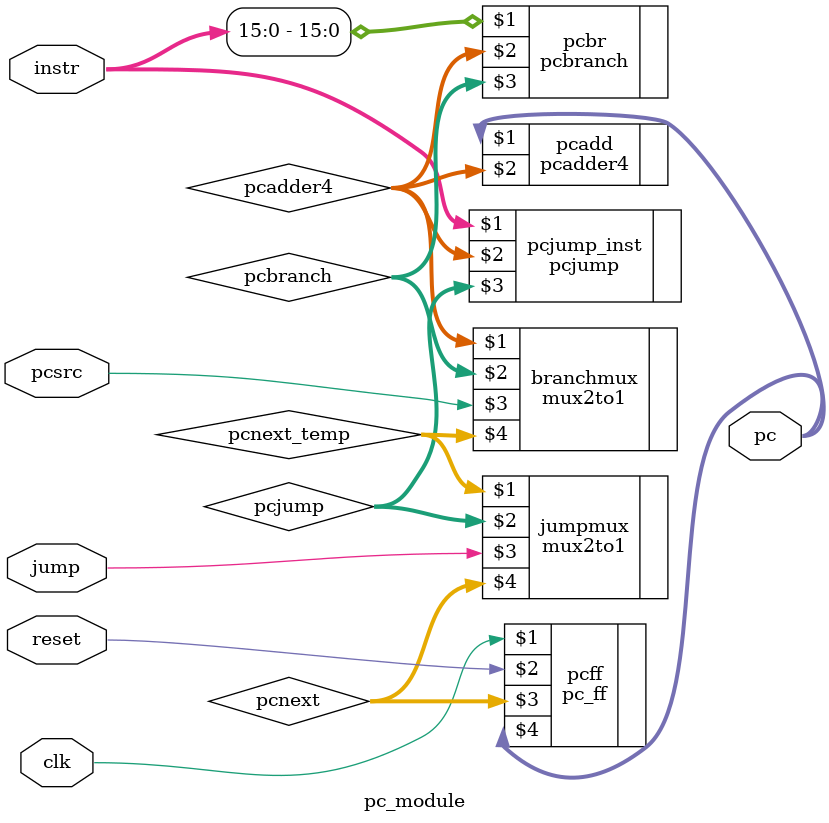
<source format=v>
module pc_module (
  input clk, reset, pcsrc, jump,
  input [25:0] instr,
  output [31:0] pc
);

  wire [31:0] pcnext_temp;
  wire [31:0] pcnext, pcadder4, pcjump, pcbranch; 

  pc_ff pcff (clk, reset, pcnext, pc);
  pcadder4 #(32) pcadd (pc, pcadder4);
  pcbranch #(32) pcbr (instr[15:0], pcadder4, pcbranch);
  mux2to1 #(32) branchmux (pcadder4, pcbranch, pcsrc, pcnext_temp);
  pcjump #(32) pcjump_inst (instr[25:0], pcadder4, pcjump);
  mux2to1 #(32) jumpmux (pcnext_temp, pcjump, jump, pcnext);
  

endmodule
</source>
